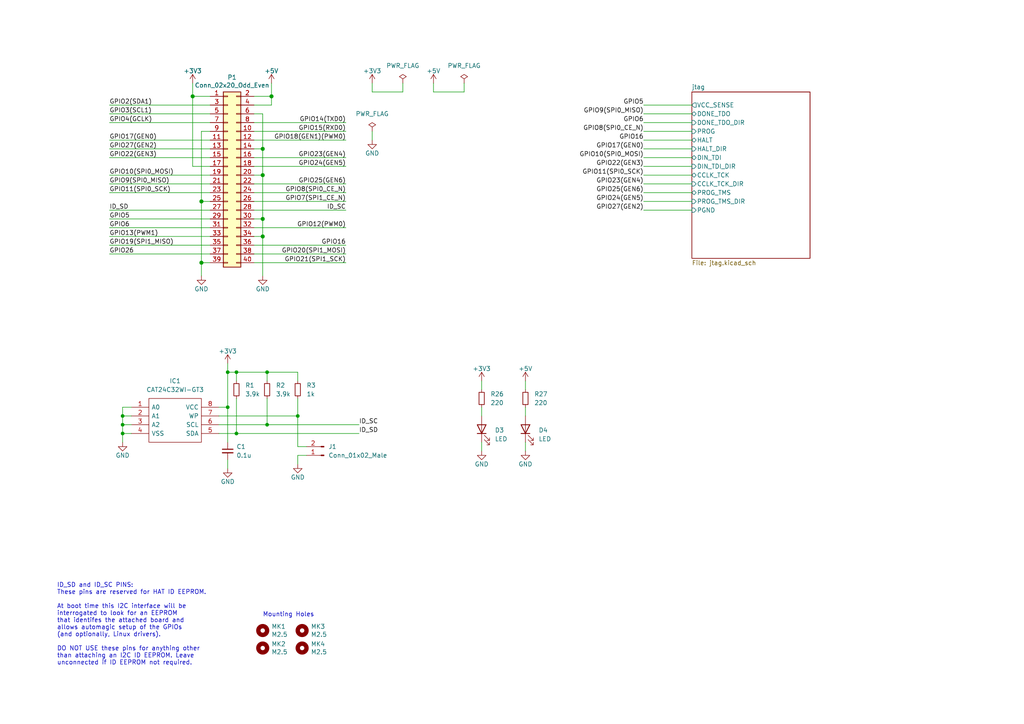
<source format=kicad_sch>
(kicad_sch (version 20211123) (generator eeschema)
  (paper "A4")
  (title_block (date "15 nov 2012"))
  (lib_symbols
    (symbol "Connector:Conn_01x02_Male" (pin_names (offset 1.016) hide)
      (property "Reference" "J" (at 0 2.54 0))
      (property "Value" "Conn_01x02_Male" (at 0 -5.08 0))
      (symbol "Conn_01x02_Male_1_1"
        (polyline (pts (xy 1.27 -2.54) (xy 0.8636 -2.54)) (stroke (width 0.1524)))
        (polyline (pts (xy 1.27 0) (xy 0.8636 0)) (stroke (width 0.1524)))
        (rectangle (start 0.8636 -2.413) (end 0 -2.667) (stroke (width 0.1524)) (fill (type outline)))
        (rectangle (start 0.8636 0.127) (end 0 -0.127) (stroke (width 0.1524)) (fill (type outline)))
        (pin passive line (at 5.08 0 180) (length 3.81) (name "Pin_1") (number "1"))
        (pin passive line (at 5.08 -2.54 180) (length 3.81) (name "Pin_2") (number "2"))
      )
    )
    (symbol "Connector_Generic:Conn_02x20_Odd_Even" (pin_names (offset 1.016) hide)
      (property "Reference" "J" (at 1.27 25.4 0))
      (property "Value" "Conn_02x20_Odd_Even" (at 1.27 -27.94 0))
      (symbol "Conn_02x20_Odd_Even_1_1"
        (rectangle (start -1.27 -25.273) (end 0 -25.527) (stroke (width 0.1524)))
        (rectangle (start -1.27 -22.733) (end 0 -22.987) (stroke (width 0.1524)))
        (rectangle (start -1.27 -20.193) (end 0 -20.447) (stroke (width 0.1524)))
        (rectangle (start -1.27 -17.653) (end 0 -17.907) (stroke (width 0.1524)))
        (rectangle (start -1.27 -15.113) (end 0 -15.367) (stroke (width 0.1524)))
        (rectangle (start -1.27 -12.573) (end 0 -12.827) (stroke (width 0.1524)))
        (rectangle (start -1.27 -10.033) (end 0 -10.287) (stroke (width 0.1524)))
        (rectangle (start -1.27 -7.493) (end 0 -7.747) (stroke (width 0.1524)))
        (rectangle (start -1.27 -4.953) (end 0 -5.207) (stroke (width 0.1524)))
        (rectangle (start -1.27 -2.413) (end 0 -2.667) (stroke (width 0.1524)))
        (rectangle (start -1.27 0.127) (end 0 -0.127) (stroke (width 0.1524)))
        (rectangle (start -1.27 2.667) (end 0 2.413) (stroke (width 0.1524)))
        (rectangle (start -1.27 5.207) (end 0 4.953) (stroke (width 0.1524)))
        (rectangle (start -1.27 7.747) (end 0 7.493) (stroke (width 0.1524)))
        (rectangle (start -1.27 10.287) (end 0 10.033) (stroke (width 0.1524)))
        (rectangle (start -1.27 12.827) (end 0 12.573) (stroke (width 0.1524)))
        (rectangle (start -1.27 15.367) (end 0 15.113) (stroke (width 0.1524)))
        (rectangle (start -1.27 17.907) (end 0 17.653) (stroke (width 0.1524)))
        (rectangle (start -1.27 20.447) (end 0 20.193) (stroke (width 0.1524)))
        (rectangle (start -1.27 22.987) (end 0 22.733) (stroke (width 0.1524)))
        (rectangle (start -1.27 24.13) (end 3.81 -26.67) (stroke (width 0.254)) (fill (type background)))
        (rectangle (start 3.81 -25.273) (end 2.54 -25.527) (stroke (width 0.1524)))
        (rectangle (start 3.81 -22.733) (end 2.54 -22.987) (stroke (width 0.1524)))
        (rectangle (start 3.81 -20.193) (end 2.54 -20.447) (stroke (width 0.1524)))
        (rectangle (start 3.81 -17.653) (end 2.54 -17.907) (stroke (width 0.1524)))
        (rectangle (start 3.81 -15.113) (end 2.54 -15.367) (stroke (width 0.1524)))
        (rectangle (start 3.81 -12.573) (end 2.54 -12.827) (stroke (width 0.1524)))
        (rectangle (start 3.81 -10.033) (end 2.54 -10.287) (stroke (width 0.1524)))
        (rectangle (start 3.81 -7.493) (end 2.54 -7.747) (stroke (width 0.1524)))
        (rectangle (start 3.81 -4.953) (end 2.54 -5.207) (stroke (width 0.1524)))
        (rectangle (start 3.81 -2.413) (end 2.54 -2.667) (stroke (width 0.1524)))
        (rectangle (start 3.81 0.127) (end 2.54 -0.127) (stroke (width 0.1524)))
        (rectangle (start 3.81 2.667) (end 2.54 2.413) (stroke (width 0.1524)))
        (rectangle (start 3.81 5.207) (end 2.54 4.953) (stroke (width 0.1524)))
        (rectangle (start 3.81 7.747) (end 2.54 7.493) (stroke (width 0.1524)))
        (rectangle (start 3.81 10.287) (end 2.54 10.033) (stroke (width 0.1524)))
        (rectangle (start 3.81 12.827) (end 2.54 12.573) (stroke (width 0.1524)))
        (rectangle (start 3.81 15.367) (end 2.54 15.113) (stroke (width 0.1524)))
        (rectangle (start 3.81 17.907) (end 2.54 17.653) (stroke (width 0.1524)))
        (rectangle (start 3.81 20.447) (end 2.54 20.193) (stroke (width 0.1524)))
        (rectangle (start 3.81 22.987) (end 2.54 22.733) (stroke (width 0.1524)))
        (pin passive line (at -5.08 22.86 0) (length 3.81) (name "Pin_1") (number "1"))
        (pin passive line (at 7.62 12.7 180) (length 3.81) (name "Pin_10") (number "10"))
        (pin passive line (at -5.08 10.16 0) (length 3.81) (name "Pin_11") (number "11"))
        (pin passive line (at 7.62 10.16 180) (length 3.81) (name "Pin_12") (number "12"))
        (pin passive line (at -5.08 7.62 0) (length 3.81) (name "Pin_13") (number "13"))
        (pin passive line (at 7.62 7.62 180) (length 3.81) (name "Pin_14") (number "14"))
        (pin passive line (at -5.08 5.08 0) (length 3.81) (name "Pin_15") (number "15"))
        (pin passive line (at 7.62 5.08 180) (length 3.81) (name "Pin_16") (number "16"))
        (pin passive line (at -5.08 2.54 0) (length 3.81) (name "Pin_17") (number "17"))
        (pin passive line (at 7.62 2.54 180) (length 3.81) (name "Pin_18") (number "18"))
        (pin passive line (at -5.08 0 0) (length 3.81) (name "Pin_19") (number "19"))
        (pin passive line (at 7.62 22.86 180) (length 3.81) (name "Pin_2") (number "2"))
        (pin passive line (at 7.62 0 180) (length 3.81) (name "Pin_20") (number "20"))
        (pin passive line (at -5.08 -2.54 0) (length 3.81) (name "Pin_21") (number "21"))
        (pin passive line (at 7.62 -2.54 180) (length 3.81) (name "Pin_22") (number "22"))
        (pin passive line (at -5.08 -5.08 0) (length 3.81) (name "Pin_23") (number "23"))
        (pin passive line (at 7.62 -5.08 180) (length 3.81) (name "Pin_24") (number "24"))
        (pin passive line (at -5.08 -7.62 0) (length 3.81) (name "Pin_25") (number "25"))
        (pin passive line (at 7.62 -7.62 180) (length 3.81) (name "Pin_26") (number "26"))
        (pin passive line (at -5.08 -10.16 0) (length 3.81) (name "Pin_27") (number "27"))
        (pin passive line (at 7.62 -10.16 180) (length 3.81) (name "Pin_28") (number "28"))
        (pin passive line (at -5.08 -12.7 0) (length 3.81) (name "Pin_29") (number "29"))
        (pin passive line (at -5.08 20.32 0) (length 3.81) (name "Pin_3") (number "3"))
        (pin passive line (at 7.62 -12.7 180) (length 3.81) (name "Pin_30") (number "30"))
        (pin passive line (at -5.08 -15.24 0) (length 3.81) (name "Pin_31") (number "31"))
        (pin passive line (at 7.62 -15.24 180) (length 3.81) (name "Pin_32") (number "32"))
        (pin passive line (at -5.08 -17.78 0) (length 3.81) (name "Pin_33") (number "33"))
        (pin passive line (at 7.62 -17.78 180) (length 3.81) (name "Pin_34") (number "34"))
        (pin passive line (at -5.08 -20.32 0) (length 3.81) (name "Pin_35") (number "35"))
        (pin passive line (at 7.62 -20.32 180) (length 3.81) (name "Pin_36") (number "36"))
        (pin passive line (at -5.08 -22.86 0) (length 3.81) (name "Pin_37") (number "37"))
        (pin passive line (at 7.62 -22.86 180) (length 3.81) (name "Pin_38") (number "38"))
        (pin passive line (at -5.08 -25.4 0) (length 3.81) (name "Pin_39") (number "39"))
        (pin passive line (at 7.62 20.32 180) (length 3.81) (name "Pin_4") (number "4"))
        (pin passive line (at 7.62 -25.4 180) (length 3.81) (name "Pin_40") (number "40"))
        (pin passive line (at -5.08 17.78 0) (length 3.81) (name "Pin_5") (number "5"))
        (pin passive line (at 7.62 17.78 180) (length 3.81) (name "Pin_6") (number "6"))
        (pin passive line (at -5.08 15.24 0) (length 3.81) (name "Pin_7") (number "7"))
        (pin passive line (at 7.62 15.24 180) (length 3.81) (name "Pin_8") (number "8"))
        (pin passive line (at -5.08 12.7 0) (length 3.81) (name "Pin_9") (number "9"))
      )
    )
    (symbol "Device:C_Small" (pin_numbers hide) (pin_names (offset 0.254) hide)
      (property "Reference" "C" (at 0.254 1.778 0))
      (property "Value" "C_Small" (at 0.254 -2.032 0))
      (symbol "C_Small_0_1"
        (polyline (pts (xy -1.524 -0.508) (xy 1.524 -0.508)) (stroke (width 0.3302)))
        (polyline (pts (xy -1.524 0.508) (xy 1.524 0.508)) (stroke (width 0.3048)))
      )
      (symbol "C_Small_1_1"
        (pin passive line (at 0 2.54 270) (length 2.032) (name "~") (number "1"))
        (pin passive line (at 0 -2.54 90) (length 2.032) (name "~") (number "2"))
      )
    )
    (symbol "Device:LED" (pin_numbers hide) (pin_names (offset 1.016) hide)
      (property "Reference" "D" (at 0 2.54 0))
      (property "Value" "LED" (at 0 -2.54 0))
      (symbol "LED_0_1"
        (polyline (pts (xy -1.27 -1.27) (xy -1.27 1.27)) (stroke (width 0.254)))
        (polyline (pts (xy -1.27 0) (xy 1.27 0)))
        (polyline (pts (xy 1.27 -1.27) (xy 1.27 1.27) (xy -1.27 0) (xy 1.27 -1.27)) (stroke (width 0.254)))
        (polyline (pts (xy -3.048 -0.762) (xy -4.572 -2.286) (xy -3.81 -2.286) (xy -4.572 -2.286) (xy -4.572 -1.524)))
        (polyline (pts (xy -1.778 -0.762) (xy -3.302 -2.286) (xy -2.54 -2.286) (xy -3.302 -2.286) (xy -3.302 -1.524)))
      )
      (symbol "LED_1_1"
        (pin passive line (at -3.81 0 0) (length 2.54) (name "K") (number "1"))
        (pin passive line (at 3.81 0 180) (length 2.54) (name "A") (number "2"))
      )
    )
    (symbol "Device:R_Small" (pin_numbers hide) (pin_names (offset 0.254) hide)
      (property "Reference" "R" (at 0.762 0.508 0))
      (property "Value" "R_Small" (at 0.762 -1.016 0))
      (symbol "R_Small_0_1"
        (rectangle (start -0.762 1.778) (end 0.762 -1.778) (stroke (width 0.2032)))
      )
      (symbol "R_Small_1_1"
        (pin passive line (at 0 2.54 270) (length 0.762) (name "~") (number "1"))
        (pin passive line (at 0 -2.54 90) (length 0.762) (name "~") (number "2"))
      )
    )
    (symbol "LibraryLoader:CAT24C32WI-GT3" (pin_names (offset 0.762))
      (property "Reference" "IC" (at 21.59 7.62 0))
      (property "Value" "CAT24C32WI-GT3" (at 21.59 5.08 0))
      (symbol "CAT24C32WI-GT3_0_0"
        (pin passive line (at 0 0 0) (length 5.08) (name "A0") (number "1"))
        (pin passive line (at 0 -2.54 0) (length 5.08) (name "A1") (number "2"))
        (pin passive line (at 0 -5.08 0) (length 5.08) (name "A2") (number "3"))
        (pin power_in line (at 0 -7.62 0) (length 5.08) (name "VSS") (number "4"))
        (pin passive line (at 25.4 -7.62 180) (length 5.08) (name "SDA") (number "5"))
        (pin passive line (at 25.4 -5.08 180) (length 5.08) (name "SCL") (number "6"))
        (pin passive line (at 25.4 -2.54 180) (length 5.08) (name "WP") (number "7"))
        (pin power_in line (at 25.4 0 180) (length 5.08) (name "VCC") (number "8"))
      )
      (symbol "CAT24C32WI-GT3_0_1"
        (polyline (pts (xy 5.08 2.54) (xy 20.32 2.54) (xy 20.32 -10.16) (xy 5.08 -10.16) (xy 5.08 2.54)) (stroke (width 0.1524)))
      )
    )
    (symbol "Mechanical:MountingHole" (pin_names (offset 1.016))
      (property "Reference" "H" (at 0 5.08 0))
      (property "Value" "MountingHole" (at 0 3.175 0))
      (symbol "MountingHole_0_1"
        (circle (center 0 0) (radius 1.27) (stroke (width 1.27)))
      )
    )
    (symbol "power:+3.3V" (power) (pin_names (offset 0))
      (property "Value" "+3.3V" (at 0 3.556 0))
      (symbol "+3.3V_0_1"
        (polyline (pts (xy -0.762 1.27) (xy 0 2.54)))
        (polyline (pts (xy 0 0) (xy 0 2.54)))
        (polyline (pts (xy 0 2.54) (xy 0.762 1.27)))
      )
      (symbol "+3.3V_1_1"
        (pin power_in line (at 0 0 90) (length 0) hide (name "+3V3") (number "1"))
      )
    )
    (symbol "power:+5V" (power) (pin_names (offset 0))
      (property "Value" "+5V" (at 0 3.556 0))
      (symbol "+5V_0_1"
        (polyline (pts (xy -0.762 1.27) (xy 0 2.54)))
        (polyline (pts (xy 0 0) (xy 0 2.54)))
        (polyline (pts (xy 0 2.54) (xy 0.762 1.27)))
      )
      (symbol "+5V_1_1"
        (pin power_in line (at 0 0 90) (length 0) hide (name "+5V") (number "1"))
      )
    )
    (symbol "power:GND" (power) (pin_names (offset 0))
      (property "Value" "GND" (at 0 -3.81 0))
      (symbol "GND_0_1"
        (polyline (pts (xy 0 0) (xy 0 -1.27) (xy 1.27 -1.27) (xy 0 -2.54) (xy -1.27 -1.27) (xy 0 -1.27)))
      )
      (symbol "GND_1_1"
        (pin power_in line (at 0 0 270) (length 0) hide (name "GND") (number "1"))
      )
    )
    (symbol "power:PWR_FLAG" (power) (pin_numbers hide) (pin_names (offset 0) hide)
      (property "Value" "PWR_FLAG" (at 0 3.81 0))
      (symbol "PWR_FLAG_0_0"
        (pin power_out line (at 0 0 90) (length 0) (name "pwr") (number "1"))
      )
      (symbol "PWR_FLAG_0_1"
        (polyline (pts (xy 0 0) (xy 0 1.27) (xy -1.016 1.905) (xy 0 2.54) (xy 1.016 1.905) (xy 0 1.27)))
      )
    )
  )
  (junction (at 35.56 123.19))
  (junction (at 58.42 76.2) (diameter 1.016))
  (junction (at 76.2 43.18) (diameter 1.016))
  (junction (at 55.88 27.94) (diameter 1.016))
  (junction (at 78.74 27.94) (diameter 1.016))
  (junction (at 86.36 120.65))
  (junction (at 66.04 118.11))
  (junction (at 66.04 107.95))
  (junction (at 35.56 125.73))
  (junction (at 58.42 58.42) (diameter 1.016))
  (junction (at 68.58 125.73))
  (junction (at 77.47 107.95))
  (junction (at 76.2 63.5) (diameter 1.016))
  (junction (at 35.56 120.65))
  (junction (at 68.58 107.95))
  (junction (at 76.2 50.8) (diameter 1.016))
  (junction (at 76.2 68.58) (diameter 1.016))
  (junction (at 77.47 123.19))
  (wire (pts (xy 77.47 107.95) (xy 68.58 107.95)))
  (wire (pts (xy 68.58 110.49) (xy 68.58 107.95)))
  (wire (pts (xy 139.7 110.49) (xy 139.7 113.03)))
  (wire (pts (xy 86.36 115.57) (xy 86.36 120.65)))
  (wire (pts (xy 55.88 27.94) (xy 60.96 27.94)))
  (wire (pts (xy 73.66 71.12) (xy 100.33 71.12)))
  (wire (pts (xy 38.1 118.11) (xy 35.56 118.11)))
  (wire (pts (xy 78.74 27.94) (xy 78.74 30.48)))
  (wire (pts (xy 66.04 118.11) (xy 63.5 118.11)))
  (wire (pts (xy 77.47 115.57) (xy 77.47 123.19)))
  (wire (pts (xy 186.69 35.56) (xy 200.66 35.56)))
  (wire (pts (xy 186.69 50.8) (xy 200.66 50.8)))
  (wire (pts (xy 116.84 26.67) (xy 116.84 24.13)))
  (wire (pts (xy 152.4 118.11) (xy 152.4 120.65)))
  (wire (pts (xy 76.2 43.18) (xy 76.2 50.8)))
  (wire (pts (xy 73.66 35.56) (xy 100.33 35.56)))
  (wire (pts (xy 86.36 110.49) (xy 86.36 107.95)))
  (wire (pts (xy 107.95 38.1) (xy 107.95 40.64)))
  (wire (pts (xy 186.69 53.34) (xy 200.66 53.34)))
  (wire (pts (xy 186.69 43.18) (xy 200.66 43.18)))
  (wire (pts (xy 186.69 45.72) (xy 200.66 45.72)))
  (wire (pts (xy 125.73 24.13) (xy 125.73 26.67)))
  (wire (pts (xy 186.69 55.88) (xy 200.66 55.88)))
  (wire (pts (xy 186.69 58.42) (xy 200.66 58.42)))
  (wire (pts (xy 76.2 33.02) (xy 73.66 33.02)))
  (wire (pts (xy 73.66 66.04) (xy 100.33 66.04)))
  (wire (pts (xy 68.58 125.73) (xy 104.14 125.73)))
  (wire (pts (xy 31.75 53.34) (xy 60.96 53.34)))
  (wire (pts (xy 139.7 118.11) (xy 139.7 120.65)))
  (wire (pts (xy 35.56 123.19) (xy 38.1 123.19)))
  (wire (pts (xy 77.47 110.49) (xy 77.47 107.95)))
  (wire (pts (xy 86.36 132.08) (xy 86.36 134.62)))
  (wire (pts (xy 60.96 60.96) (xy 31.75 60.96)))
  (wire (pts (xy 76.2 43.18) (xy 73.66 43.18)))
  (wire (pts (xy 186.69 33.02) (xy 200.66 33.02)))
  (wire (pts (xy 55.88 27.94) (xy 55.88 48.26)))
  (wire (pts (xy 31.75 63.5) (xy 60.96 63.5)))
  (wire (pts (xy 66.04 107.95) (xy 66.04 118.11)))
  (wire (pts (xy 58.42 38.1) (xy 60.96 38.1)))
  (wire (pts (xy 76.2 50.8) (xy 73.66 50.8)))
  (wire (pts (xy 60.96 30.48) (xy 31.75 30.48)))
  (wire (pts (xy 73.66 76.2) (xy 100.33 76.2)))
  (wire (pts (xy 86.36 129.54) (xy 86.36 120.65)))
  (wire (pts (xy 31.75 71.12) (xy 60.96 71.12)))
  (wire (pts (xy 31.75 45.72) (xy 60.96 45.72)))
  (wire (pts (xy 73.66 58.42) (xy 100.33 58.42)))
  (wire (pts (xy 31.75 73.66) (xy 60.96 73.66)))
  (wire (pts (xy 186.69 40.64) (xy 200.66 40.64)))
  (wire (pts (xy 73.66 48.26) (xy 100.33 48.26)))
  (wire (pts (xy 55.88 48.26) (xy 60.96 48.26)))
  (wire (pts (xy 68.58 107.95) (xy 66.04 107.95)))
  (wire (pts (xy 60.96 50.8) (xy 31.75 50.8)))
  (wire (pts (xy 31.75 33.02) (xy 60.96 33.02)))
  (wire (pts (xy 76.2 63.5) (xy 76.2 68.58)))
  (wire (pts (xy 58.42 58.42) (xy 58.42 76.2)))
  (wire (pts (xy 78.74 27.94) (xy 73.66 27.94)))
  (wire (pts (xy 78.74 30.48) (xy 73.66 30.48)))
  (wire (pts (xy 86.36 107.95) (xy 77.47 107.95)))
  (wire (pts (xy 88.9 129.54) (xy 86.36 129.54)))
  (wire (pts (xy 58.42 76.2) (xy 60.96 76.2)))
  (wire (pts (xy 63.5 125.73) (xy 68.58 125.73)))
  (wire (pts (xy 58.42 38.1) (xy 58.42 58.42)))
  (wire (pts (xy 73.66 53.34) (xy 100.33 53.34)))
  (wire (pts (xy 35.56 120.65) (xy 35.56 123.19)))
  (wire (pts (xy 35.56 125.73) (xy 38.1 125.73)))
  (wire (pts (xy 186.69 38.1) (xy 200.66 38.1)))
  (wire (pts (xy 35.56 118.11) (xy 35.56 120.65)))
  (wire (pts (xy 139.7 128.27) (xy 139.7 130.81)))
  (wire (pts (xy 76.2 33.02) (xy 76.2 43.18)))
  (wire (pts (xy 152.4 128.27) (xy 152.4 130.81)))
  (wire (pts (xy 186.69 30.48) (xy 200.66 30.48)))
  (wire (pts (xy 76.2 63.5) (xy 73.66 63.5)))
  (wire (pts (xy 152.4 110.49) (xy 152.4 113.03)))
  (wire (pts (xy 76.2 68.58) (xy 76.2 80.01)))
  (wire (pts (xy 134.62 26.67) (xy 134.62 24.13)))
  (wire (pts (xy 35.56 123.19) (xy 35.56 125.73)))
  (wire (pts (xy 31.75 55.88) (xy 60.96 55.88)))
  (wire (pts (xy 76.2 68.58) (xy 73.66 68.58)))
  (wire (pts (xy 31.75 66.04) (xy 60.96 66.04)))
  (wire (pts (xy 31.75 35.56) (xy 60.96 35.56)))
  (wire (pts (xy 35.56 125.73) (xy 35.56 128.27)))
  (wire (pts (xy 66.04 118.11) (xy 66.04 128.27)))
  (wire (pts (xy 31.75 43.18) (xy 60.96 43.18)))
  (wire (pts (xy 58.42 76.2) (xy 58.42 80.01)))
  (wire (pts (xy 76.2 50.8) (xy 76.2 63.5)))
  (wire (pts (xy 73.66 38.1) (xy 100.33 38.1)))
  (wire (pts (xy 107.95 26.67) (xy 116.84 26.67)))
  (wire (pts (xy 77.47 123.19) (xy 104.14 123.19)))
  (wire (pts (xy 86.36 120.65) (xy 63.5 120.65)))
  (wire (pts (xy 77.47 123.19) (xy 63.5 123.19)))
  (wire (pts (xy 73.66 60.96) (xy 100.33 60.96)))
  (wire (pts (xy 55.88 24.13) (xy 55.88 27.94)))
  (wire (pts (xy 73.66 40.64) (xy 100.33 40.64)))
  (wire (pts (xy 35.56 120.65) (xy 38.1 120.65)))
  (wire (pts (xy 186.69 60.96) (xy 200.66 60.96)))
  (wire (pts (xy 66.04 105.41) (xy 66.04 107.95)))
  (wire (pts (xy 73.66 55.88) (xy 100.33 55.88)))
  (wire (pts (xy 73.66 45.72) (xy 100.33 45.72)))
  (wire (pts (xy 60.96 40.64) (xy 31.75 40.64)))
  (wire (pts (xy 66.04 133.35) (xy 66.04 135.89)))
  (wire (pts (xy 107.95 24.13) (xy 107.95 26.67)))
  (wire (pts (xy 73.66 73.66) (xy 100.33 73.66)))
  (wire (pts (xy 186.69 48.26) (xy 200.66 48.26)))
  (wire (pts (xy 58.42 58.42) (xy 60.96 58.42)))
  (wire (pts (xy 78.74 24.13) (xy 78.74 27.94)))
  (wire (pts (xy 68.58 125.73) (xy 68.58 115.57)))
  (wire (pts (xy 88.9 132.08) (xy 86.36 132.08)))
  (wire (pts (xy 60.96 68.58) (xy 31.75 68.58)))
  (wire (pts (xy 125.73 26.67) (xy 134.62 26.67)))
  (text "ID_SD and ID_SC PINS:\nThese pins are reserved for HAT ID EEPROM.\n\nAt boot time this I2C interface will be\ninterrogated to look for an EEPROM\nthat identifes the attached board and\nallows automagic setup of the GPIOs\n(and optionally, Linux drivers).\n\nDO NOT USE these pins for anything other\nthan attaching an I2C ID EEPROM. Leave\nunconnected if ID EEPROM not required." (at 16.51 193.04 0) (effects (font (size 1.27 1.27)) (justify left bottom)))
  (text "Mounting Holes" (at 76.2 179.07 0) (effects (font (size 1.27 1.27)) (justify left bottom)))
  (label "GPIO5" (at 31.75 63.5 0))
  (label "GPIO13(PWM1)" (at 31.75 68.58 0))
  (label "GPIO7(SPI1_CE_N)" (at 100.33 58.42 180))
  (label "GPIO25(GEN6)" (at 100.33 53.34 180))
  (label "GPIO9(SPI0_MISO)" (at 186.69 33.02 180))
  (label "ID_SD" (at 31.75 60.96 0))
  (label "GPIO17(GEN0)" (at 31.75 40.64 0))
  (label "GPIO20(SPI1_MOSI)" (at 100.33 73.66 180))
  (label "GPIO10(SPI0_MOSI)" (at 186.69 45.72 180))
  (label "GPIO15(RXD0)" (at 100.33 38.1 180))
  (label "ID_SC" (at 100.33 60.96 180))
  (label "GPIO4(GCLK)" (at 31.75 35.56 0))
  (label "GPIO25(GEN6)" (at 186.69 55.88 180))
  (label "GPIO17(GEN0)" (at 186.69 43.18 180))
  (label "GPIO19(SPI1_MISO)" (at 31.75 71.12 0))
  (label "GPIO16" (at 100.33 71.12 180))
  (label "GPIO11(SPI0_SCK)" (at 186.69 50.8 180))
  (label "GPIO21(SPI1_SCK)" (at 100.33 76.2 180))
  (label "GPIO14(TXD0)" (at 100.33 35.56 180))
  (label "GPIO3(SCL1)" (at 31.75 33.02 0))
  (label "GPIO22(GEN3)" (at 186.69 48.26 180))
  (label "GPIO8(SPI0_CE_N)" (at 100.33 55.88 180))
  (label "GPIO6" (at 31.75 66.04 0))
  (label "GPIO16" (at 186.69 40.64 180))
  (label "GPIO27(GEN2)" (at 31.75 43.18 0))
  (label "GPIO26" (at 31.75 73.66 0))
  (label "GPIO27(GEN2)" (at 186.69 60.96 180))
  (label "GPIO23(GEN4)" (at 186.69 53.34 180))
  (label "GPIO24(GEN5)" (at 100.33 48.26 180))
  (label "GPIO18(GEN1)(PWM0)" (at 100.33 40.64 180))
  (label "GPIO23(GEN4)" (at 100.33 45.72 180))
  (label "GPIO9(SPI0_MISO)" (at 31.75 53.34 0))
  (label "GPIO10(SPI0_MOSI)" (at 31.75 50.8 0))
  (label "GPIO24(GEN5)" (at 186.69 58.42 180))
  (label "GPIO12(PWM0)" (at 100.33 66.04 180))
  (label "GPIO5" (at 186.69 30.48 180))
  (label "ID_SC" (at 104.14 123.19 0))
  (label "GPIO2(SDA1)" (at 31.75 30.48 0))
  (label "GPIO22(GEN3)" (at 31.75 45.72 0))
  (label "GPIO11(SPI0_SCK)" (at 31.75 55.88 0))
  (label "ID_SD" (at 104.14 125.73 0))
  (label "GPIO6" (at 186.69 35.56 180))
  (label "GPIO8(SPI0_CE_N)" (at 186.69 38.1 180))
  (symbol (lib_id "power:+5V") (at 78.74 24.13 0) (unit 1)
    (property "Reference" "#PWR01" (effects hide))
    (property "Value" "+5V" (at 78.74 20.574 0))
  )
  (symbol (lib_id "power:+3.3V") (at 55.88 24.13 0) (unit 1)
    (property "Reference" "#PWR04" (effects hide))
    (property "Value" "+3.3V" (at 55.88 20.574 0))
  )
  (symbol (lib_id "power:GND") (at 76.2 80.01 0) (unit 1)
    (property "Reference" "#PWR02" (effects hide))
    (property "Value" "GND" (at 76.2 83.82 0))
  )
  (symbol (lib_id "power:GND") (at 58.42 80.01 0) (unit 1)
    (property "Reference" "#PWR03" (effects hide))
    (property "Value" "GND" (at 58.42 83.82 0))
  )
  (symbol (lib_id "Mechanical:MountingHole") (at 76.2 182.88 0) (unit 1)
    (property "Reference" "MK1" (at 78.74 181.7116 0) (effects (justify left)))
    (property "Value" "M2.5" (at 78.74 184.023 0) (effects (justify left)))
    (property "Footprint" "MountingHole:MountingHole_2.7mm_M2.5" (effects hide))
  )
  (symbol (lib_id "Mechanical:MountingHole") (at 87.63 182.88 0) (unit 1)
    (property "Reference" "MK3" (at 90.17 181.7116 0) (effects (justify left)))
    (property "Value" "M2.5" (at 90.17 184.023 0) (effects (justify left)))
    (property "Footprint" "MountingHole:MountingHole_2.7mm_M2.5" (effects hide))
  )
  (symbol (lib_id "Mechanical:MountingHole") (at 76.2 187.96 0) (unit 1)
    (property "Reference" "MK2" (at 78.74 186.7916 0) (effects (justify left)))
    (property "Value" "M2.5" (at 78.74 189.103 0) (effects (justify left)))
    (property "Footprint" "MountingHole:MountingHole_2.7mm_M2.5" (effects hide))
  )
  (symbol (lib_id "Mechanical:MountingHole") (at 87.63 187.96 0) (unit 1)
    (property "Reference" "MK4" (at 90.17 186.7916 0) (effects (justify left)))
    (property "Value" "M2.5" (at 90.17 189.103 0) (effects (justify left)))
    (property "Footprint" "MountingHole:MountingHole_2.7mm_M2.5" (effects hide))
  )
  (symbol (lib_id "Connector_Generic:Conn_02x20_Odd_Even") (at 66.04 50.8 0) (unit 1)
    (property "Reference" "P1" (at 67.31 22.4282 0))
    (property "Value" "Conn_02x20_Odd_Even" (at 67.31 24.7396 0))
    (property "Footprint" "Connector_PinSocket_2.54mm:PinSocket_2x20_P2.54mm_Vertical" (effects hide))
  )
  (symbol (lib_id "Device:R_Small") (at 68.58 113.03 0) (unit 1)
    (property "Reference" "R1" (at 71.12 111.7599 0) (effects (justify left)))
    (property "Value" "3.9k" (at 71.12 114.2999 0) (effects (justify left)))
    (property "Footprint" "Resistor_SMD:R_0805_2012Metric_Pad1.20x1.40mm_HandSolder" (effects hide))
  )
  (symbol (lib_id "power:+5V") (at 125.73 24.13 0) (unit 1)
    (property "Reference" "#PWR011" (effects hide))
    (property "Value" "+5V" (at 125.73 20.574 0))
  )
  (symbol (lib_id "power:GND") (at 66.04 135.89 0) (unit 1)
    (property "Reference" "#PWR07" (effects hide))
    (property "Value" "GND" (at 66.04 139.7 0))
  )
  (symbol (lib_id "power:GND") (at 35.56 128.27 0) (unit 1)
    (property "Reference" "#PWR05" (effects hide))
    (property "Value" "GND" (at 35.56 132.08 0))
  )
  (symbol (lib_id "Device:R_Small") (at 139.7 115.57 0) (unit 1)
    (property "Reference" "R26" (at 142.24 114.2999 0) (effects (justify left)))
    (property "Value" "220" (at 142.24 116.8399 0) (effects (justify left)))
    (property "Footprint" "Resistor_SMD:R_0805_2012Metric_Pad1.20x1.40mm_HandSolder" (effects hide))
  )
  (symbol (lib_id "power:+3.3V") (at 66.04 105.41 0) (unit 1)
    (property "Reference" "#PWR06" (effects hide))
    (property "Value" "+3.3V" (at 66.04 101.854 0))
  )
  (symbol (lib_id "power:PWR_FLAG") (at 107.95 38.1 0) (unit 1)
    (property "Reference" "#FLG01" (effects hide))
    (property "Value" "PWR_FLAG" (at 107.95 33.02 0))
  )
  (symbol (lib_id "power:GND") (at 139.7 130.81 0) (unit 1)
    (property "Reference" "#PWR034" (effects hide))
    (property "Value" "GND" (at 139.7 134.62 0))
  )
  (symbol (lib_id "power:PWR_FLAG") (at 134.62 24.13 0) (unit 1)
    (property "Reference" "#FLG03" (effects hide))
    (property "Value" "PWR_FLAG" (at 134.62 19.05 0))
  )
  (symbol (lib_id "Device:R_Small") (at 152.4 115.57 0) (unit 1)
    (property "Reference" "R27" (at 154.94 114.2999 0) (effects (justify left)))
    (property "Value" "220" (at 154.94 116.8399 0) (effects (justify left)))
    (property "Footprint" "Resistor_SMD:R_0805_2012Metric_Pad1.20x1.40mm_HandSolder" (effects hide))
  )
  (symbol (lib_id "Device:R_Small") (at 77.47 113.03 0) (unit 1)
    (property "Reference" "R2" (at 80.01 111.7599 0) (effects (justify left)))
    (property "Value" "3.9k" (at 80.01 114.2999 0) (effects (justify left)))
    (property "Footprint" "Resistor_SMD:R_0805_2012Metric_Pad1.20x1.40mm_HandSolder" (effects hide))
  )
  (symbol (lib_id "Device:LED") (at 152.4 124.46 90) (unit 1)
    (property "Reference" "D4" (at 156.21 124.7774 90) (effects (justify right)))
    (property "Value" "LED" (at 156.21 127.3174 90) (effects (justify right)))
    (property "Footprint" "LED_SMD:LED_0805_2012Metric_Pad1.15x1.40mm_HandSolder" (effects hide))
  )
  (symbol (lib_id "power:PWR_FLAG") (at 116.84 24.13 0) (unit 1)
    (property "Reference" "#FLG02" (effects hide))
    (property "Value" "PWR_FLAG" (at 116.84 19.05 0))
  )
  (symbol (lib_id "Device:R_Small") (at 86.36 113.03 0) (unit 1)
    (property "Reference" "R3" (at 88.9 111.7599 0) (effects (justify left)))
    (property "Value" "1k" (at 88.9 114.2999 0) (effects (justify left)))
    (property "Footprint" "Resistor_SMD:R_0805_2012Metric_Pad1.20x1.40mm_HandSolder" (effects hide))
  )
  (symbol (lib_id "power:GND") (at 107.95 40.64 0) (unit 1)
    (property "Reference" "#PWR010" (effects hide))
    (property "Value" "GND" (at 107.95 44.45 0))
  )
  (symbol (lib_id "Connector:Conn_01x02_Male") (at 93.98 132.08 180) (unit 1)
    (property "Reference" "J1" (at 95.25 129.5399 0) (effects (justify right)))
    (property "Value" "Conn_01x02_Male" (at 95.25 132.0799 0) (effects (justify right)))
    (property "Footprint" "Connector_PinHeader_2.54mm:PinHeader_1x02_P2.54mm_Vertical" (effects hide))
  )
  (symbol (lib_id "Device:LED") (at 139.7 124.46 90) (unit 1)
    (property "Reference" "D3" (at 143.51 124.7774 90) (effects (justify right)))
    (property "Value" "LED" (at 143.51 127.3174 90) (effects (justify right)))
    (property "Footprint" "LED_SMD:LED_0805_2012Metric_Pad1.15x1.40mm_HandSolder" (effects hide))
  )
  (symbol (lib_id "power:+5V") (at 152.4 110.49 0) (unit 1)
    (property "Reference" "#PWR035" (effects hide))
    (property "Value" "+5V" (at 152.4 106.934 0))
  )
  (symbol (lib_id "Device:C_Small") (at 66.04 130.81 0) (unit 1)
    (property "Reference" "C1" (at 68.58 129.5462 0) (effects (justify left)))
    (property "Value" "0.1u" (at 68.58 132.0862 0) (effects (justify left)))
    (property "Footprint" "Capacitor_SMD:C_0805_2012Metric_Pad1.18x1.45mm_HandSolder" (effects hide))
  )
  (symbol (lib_id "power:+3.3V") (at 107.95 24.13 0) (unit 1)
    (property "Reference" "#PWR09" (effects hide))
    (property "Value" "+3.3V" (at 107.95 20.574 0))
  )
  (symbol (lib_id "power:+3.3V") (at 139.7 110.49 0) (unit 1)
    (property "Reference" "#PWR033" (effects hide))
    (property "Value" "+3.3V" (at 139.7 106.934 0))
  )
  (symbol (lib_id "power:GND") (at 86.36 134.62 0) (unit 1)
    (property "Reference" "#PWR08" (effects hide))
    (property "Value" "GND" (at 86.36 138.43 0))
  )
  (symbol (lib_id "LibraryLoader:CAT24C32WI-GT3") (at 38.1 118.11 0) (unit 1)
    (property "Reference" "IC1" (at 50.8 110.49 0))
    (property "Value" "CAT24C32WI-GT3" (at 50.8 113.03 0))
    (property "Footprint" "LibraryLoader:SOIC127P600X175-8N" (effects hide))
    (property "Datasheet" "http://www.onsemi.com/pub/Collateral/CAT24C32-D.PDF" (effects hide))
    (property "Description" "EEPROM Serial-I2C 32K 4Kx8 1.8V/5V SOIC8 CAT24C32WI-GT3, EEPROM Memory 32kbit,, 4096 x, 8bit, Serial-I2C 1.7  5.5 V, 8-Pin SOIC" (effects hide))
    (property "Height" "1.75" (effects hide))
    (property "Mouser Part Number" "698-CAT24C32WI-GT3" (effects hide))
    (property "Mouser Price/Stock" "https://www.mouser.co.uk/ProductDetail/onsemi/CAT24C32WI-GT3?qs=rZgeL6XvLwaTa79VuYkKQA%3D%3D" (effects hide))
    (property "Manufacturer_Name" "ON Semiconductor" (effects hide))
    (property "Manufacturer_Part_Number" "CAT24C32WI-GT3" (effects hide))
  )
  (symbol (lib_id "power:GND") (at 152.4 130.81 0) (unit 1)
    (property "Reference" "#PWR036" (effects hide))
    (property "Value" "GND" (at 152.4 134.62 0))
  )
  (sheet (at 200.66 26.67) (size 34.29 48.26) (stroke (width 0.1524))
    (property "Sheet name" "jtag" (at 200.66 25.9584 0) (effects (justify left bottom)))
    (property "Sheet file" "jtag.kicad_sch" (at 200.66 75.5146 0) (effects (justify left top)))
    (pin "VCC_SENSE" output (at 200.66 30.48 180))
    (pin "PROG" input (at 200.66 38.1 180))
    (pin "DONE_TDO" bidirectional (at 200.66 33.02 180))
    (pin "DONE_TDO_DIR" input (at 200.66 35.56 180))
    (pin "PGND" input (at 200.66 60.96 180))
    (pin "PROG_TMS" bidirectional (at 200.66 55.88 180))
    (pin "PROG_TMS_DIR" input (at 200.66 58.42 180))
    (pin "HALT" bidirectional (at 200.66 40.64 180))
    (pin "HALT_DIR" input (at 200.66 43.18 180))
    (pin "CCLK_TCK_DIR" input (at 200.66 53.34 180))
    (pin "CCLK_TCK" bidirectional (at 200.66 50.8 180))
    (pin "DIN_TDI" bidirectional (at 200.66 45.72 180))
    (pin "DIN_TDI_DIR" input (at 200.66 48.26 180))
  )
)
</source>
